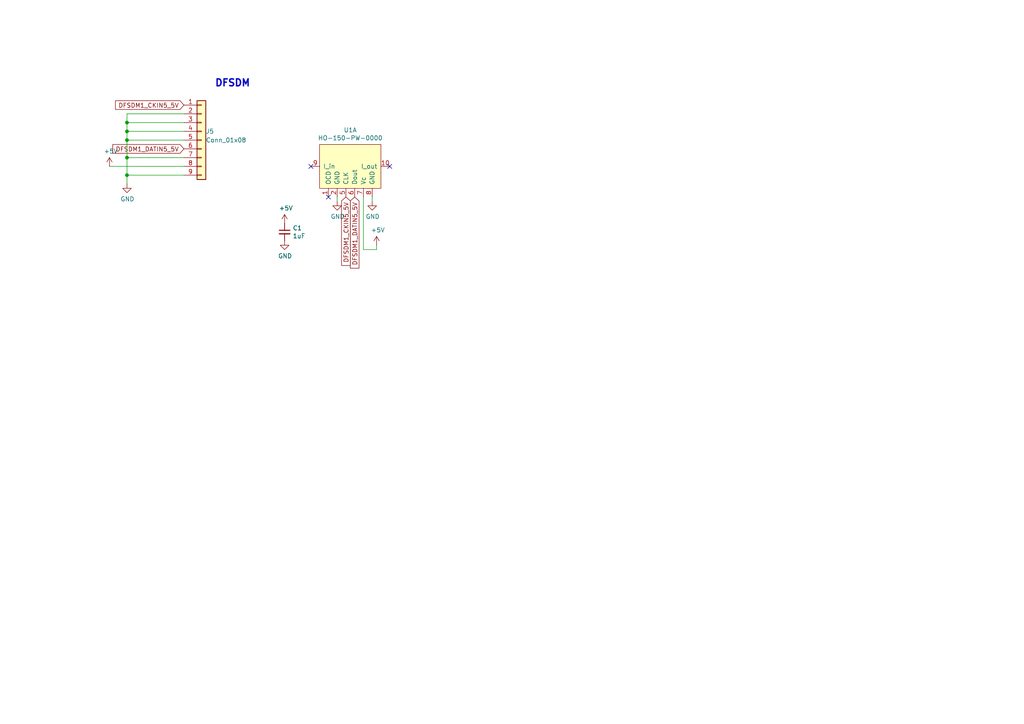
<source format=kicad_sch>
(kicad_sch (version 20211123) (generator eeschema)
  (paper "A4")
  (lib_symbols
    (symbol "Connector_Generic:Conn_01x09" (pin_names (offset 1.016) hide)
      (property "Reference" "J" (at 0 12.7 0))
      (property "Value" "Conn_01x09" (at 0 -12.7 0))
      (symbol "Conn_01x09_1_1"
        (rectangle (start -1.27 -10.033) (end 0 -10.287) (stroke (width 0.1524)))
        (rectangle (start -1.27 -7.493) (end 0 -7.747) (stroke (width 0.1524)))
        (rectangle (start -1.27 -4.953) (end 0 -5.207) (stroke (width 0.1524)))
        (rectangle (start -1.27 -2.413) (end 0 -2.667) (stroke (width 0.1524)))
        (rectangle (start -1.27 0.127) (end 0 -0.127) (stroke (width 0.1524)))
        (rectangle (start -1.27 2.667) (end 0 2.413) (stroke (width 0.1524)))
        (rectangle (start -1.27 5.207) (end 0 4.953) (stroke (width 0.1524)))
        (rectangle (start -1.27 7.747) (end 0 7.493) (stroke (width 0.1524)))
        (rectangle (start -1.27 10.287) (end 0 10.033) (stroke (width 0.1524)))
        (rectangle (start -1.27 11.43) (end 1.27 -11.43) (stroke (width 0.254)) (fill (type background)))
        (pin passive line (at -5.08 10.16 0) (length 3.81) (name "Pin_1") (number "1"))
        (pin passive line (at -5.08 7.62 0) (length 3.81) (name "Pin_2") (number "2"))
        (pin passive line (at -5.08 5.08 0) (length 3.81) (name "Pin_3") (number "3"))
        (pin passive line (at -5.08 2.54 0) (length 3.81) (name "Pin_4") (number "4"))
        (pin passive line (at -5.08 0 0) (length 3.81) (name "Pin_5") (number "5"))
        (pin passive line (at -5.08 -2.54 0) (length 3.81) (name "Pin_6") (number "6"))
        (pin passive line (at -5.08 -5.08 0) (length 3.81) (name "Pin_7") (number "7"))
        (pin passive line (at -5.08 -7.62 0) (length 3.81) (name "Pin_8") (number "8"))
        (pin passive line (at -5.08 -10.16 0) (length 3.81) (name "Pin_9") (number "9"))
      )
    )
    (symbol "Device:C_Small" (pin_numbers hide) (pin_names (offset 0.254) hide)
      (property "Reference" "C" (at 0.254 1.778 0))
      (property "Value" "C_Small" (at 0.254 -2.032 0))
      (symbol "C_Small_0_1"
        (polyline (pts (xy -1.524 -0.508) (xy 1.524 -0.508)) (stroke (width 0.3302)))
        (polyline (pts (xy -1.524 0.508) (xy 1.524 0.508)) (stroke (width 0.3048)))
      )
      (symbol "C_Small_1_1"
        (pin passive line (at 0 2.54 270) (length 2.032) (name "~") (number "1"))
        (pin passive line (at 0 -2.54 90) (length 2.032) (name "~") (number "2"))
      )
    )
    (symbol "EVCONCEPT:HO-150-PW-0000" (pin_names (offset 1.016))
      (property "Reference" "U" (at 0 11.43 0))
      (property "Value" "EVCONCEPT_HO-150-PW-0000" (at 0 8.89 0))
      (symbol "HO-150-PW-0000_0_1"
        (rectangle (start -8.89 6.35) (end 8.89 -6.35) (fill (type background)))
      )
      (symbol "HO-150-PW-0000_1_1"
        (pin bidirectional line (at -6.35 -8.89 90) (length 2.54) (name "OCD") (number "1"))
        (pin bidirectional line (at 11.43 0 180) (length 2.54) (name "I_out") (number "10"))
        (pin bidirectional line (at -3.81 -8.89 90) (length 2.54) (name "GND") (number "2"))
        (pin bidirectional line (at -1.27 -8.89 90) (length 2.54) (name "CLK") (number "5"))
        (pin bidirectional line (at 1.27 -8.89 90) (length 2.54) (name "Dout") (number "6"))
        (pin bidirectional line (at 3.81 -8.89 90) (length 2.54) (name "Vc") (number "7"))
        (pin bidirectional line (at 6.35 -8.89 90) (length 2.54) (name "GND") (number "8"))
        (pin bidirectional line (at -11.43 0 0) (length 2.54) (name "I_in") (number "9"))
      )
      (symbol "HO-150-PW-0000_2_1"
        (pin bidirectional line (at 11.43 0 180) (length 2.54) (name "I_out") (number "10-UB"))
        (pin bidirectional line (at -3.81 -8.89 90) (length 2.54) (name "GND") (number "2-UB"))
        (pin bidirectional line (at 3.81 -8.89 90) (length 2.54) (name "Vc") (number "7-UB"))
        (pin bidirectional line (at 6.35 -8.89 90) (length 2.54) (name "GND") (number "8-UB"))
        (pin bidirectional line (at -11.43 0 0) (length 2.54) (name "I_in") (number "9-UB"))
        (pin bidirectional line (at -1.27 -8.89 90) (length 2.54) (name "CLK") (number "~{-UB}"))
        (pin bidirectional line (at 1.27 -8.89 90) (length 2.54) (name "Dout") (number "~{-UB}"))
        (pin bidirectional line (at -6.35 -8.89 90) (length 2.54) (name "OCD") (number "~{-UB}"))
      )
      (symbol "HO-150-PW-0000_3_1"
        (pin bidirectional line (at 11.43 0 180) (length 2.54) (name "I_out") (number "10-UC"))
        (pin bidirectional line (at -3.81 -8.89 90) (length 2.54) (name "GND") (number "2-UC"))
        (pin bidirectional line (at 3.81 -8.89 90) (length 2.54) (name "Vc") (number "7-UC"))
        (pin bidirectional line (at 6.35 -8.89 90) (length 2.54) (name "GND") (number "8-UC"))
        (pin bidirectional line (at -11.43 0 0) (length 2.54) (name "I_in") (number "9-UC"))
        (pin bidirectional line (at -1.27 -8.89 90) (length 2.54) (name "CLK") (number "~{-UC}"))
        (pin bidirectional line (at 1.27 -8.89 90) (length 2.54) (name "Dout") (number "~{-UC}"))
        (pin bidirectional line (at -6.35 -8.89 90) (length 2.54) (name "OCD") (number "~{-UC}"))
      )
      (symbol "HO-150-PW-0000_4_1"
        (pin bidirectional line (at 11.43 0 180) (length 2.54) (name "I_out") (number "10-UD"))
        (pin bidirectional line (at -3.81 -8.89 90) (length 2.54) (name "GND") (number "2-UD"))
        (pin bidirectional line (at 3.81 -8.89 90) (length 2.54) (name "Vc") (number "7-UD"))
        (pin bidirectional line (at 6.35 -8.89 90) (length 2.54) (name "GND") (number "8-UD"))
        (pin bidirectional line (at -11.43 0 0) (length 2.54) (name "I_in") (number "9-UD"))
        (pin bidirectional line (at -1.27 -8.89 90) (length 2.54) (name "CLK") (number "~{-UD}"))
        (pin bidirectional line (at 1.27 -8.89 90) (length 2.54) (name "Dout") (number "~{-UD}"))
        (pin bidirectional line (at -6.35 -8.89 90) (length 2.54) (name "OCD") (number "~{-UD}"))
      )
      (symbol "HO-150-PW-0000_5_1"
        (pin bidirectional line (at 11.43 0 180) (length 2.54) (name "I_out") (number "10-UE"))
        (pin bidirectional line (at -3.81 -8.89 90) (length 2.54) (name "GND") (number "2-UE"))
        (pin bidirectional line (at 3.81 -8.89 90) (length 2.54) (name "Vc") (number "7-UE"))
        (pin bidirectional line (at 6.35 -8.89 90) (length 2.54) (name "GND") (number "8-UE"))
        (pin bidirectional line (at -11.43 0 0) (length 2.54) (name "I_in") (number "9-UE"))
        (pin bidirectional line (at -1.27 -8.89 90) (length 2.54) (name "CLK") (number "~{-UE}"))
        (pin bidirectional line (at 1.27 -8.89 90) (length 2.54) (name "Dout") (number "~{-UE}"))
        (pin bidirectional line (at -6.35 -8.89 90) (length 2.54) (name "OCD") (number "~{-UE}"))
      )
      (symbol "HO-150-PW-0000_6_1"
        (pin bidirectional line (at 11.43 0 180) (length 2.54) (name "I_out") (number "10-UF"))
        (pin bidirectional line (at -3.81 -8.89 90) (length 2.54) (name "GND") (number "2-UF"))
        (pin bidirectional line (at 3.81 -8.89 90) (length 2.54) (name "Vc") (number "7-UF"))
        (pin bidirectional line (at 6.35 -8.89 90) (length 2.54) (name "GND") (number "8-UF"))
        (pin bidirectional line (at -11.43 0 0) (length 2.54) (name "I_in") (number "9-UF"))
        (pin bidirectional line (at -1.27 -8.89 90) (length 2.54) (name "CLK") (number "~{-UF}"))
        (pin bidirectional line (at 1.27 -8.89 90) (length 2.54) (name "Dout") (number "~{-UF}"))
        (pin bidirectional line (at -6.35 -8.89 90) (length 2.54) (name "OCD") (number "~{-UF}"))
      )
      (symbol "HO-150-PW-0000_7_1"
        (pin bidirectional line (at 11.43 0 180) (length 2.54) (name "I_out") (number "10-UG"))
        (pin bidirectional line (at -3.81 -8.89 90) (length 2.54) (name "GND") (number "2-UG"))
        (pin bidirectional line (at 3.81 -8.89 90) (length 2.54) (name "Vc") (number "7-UG"))
        (pin bidirectional line (at 6.35 -8.89 90) (length 2.54) (name "GND") (number "8-UG"))
        (pin bidirectional line (at -11.43 0 0) (length 2.54) (name "I_in") (number "9-UG"))
        (pin bidirectional line (at -1.27 -8.89 90) (length 2.54) (name "CLK") (number "~{-UG}"))
        (pin bidirectional line (at 1.27 -8.89 90) (length 2.54) (name "Dout") (number "~{-UG}"))
        (pin bidirectional line (at -6.35 -8.89 90) (length 2.54) (name "OCD") (number "~{-UG}"))
      )
      (symbol "HO-150-PW-0000_8_1"
        (pin bidirectional line (at 11.43 0 180) (length 2.54) (name "I_out") (number "10-UH"))
        (pin bidirectional line (at -3.81 -8.89 90) (length 2.54) (name "GND") (number "2-UH"))
        (pin bidirectional line (at 3.81 -8.89 90) (length 2.54) (name "Vc") (number "7-UH"))
        (pin bidirectional line (at 6.35 -8.89 90) (length 2.54) (name "GND") (number "8-UH"))
        (pin bidirectional line (at -11.43 0 0) (length 2.54) (name "I_in") (number "9-UH"))
        (pin bidirectional line (at -1.27 -8.89 90) (length 2.54) (name "CLK") (number "~{-UH}"))
        (pin bidirectional line (at 1.27 -8.89 90) (length 2.54) (name "Dout") (number "~{-UH}"))
        (pin bidirectional line (at -6.35 -8.89 90) (length 2.54) (name "OCD") (number "~{-UH}"))
      )
      (symbol "HO-150-PW-0000_9_1"
        (pin bidirectional line (at 11.43 0 180) (length 2.54) (name "I_out") (number "10-UI"))
        (pin bidirectional line (at -3.81 -8.89 90) (length 2.54) (name "GND") (number "2-UI"))
        (pin bidirectional line (at 3.81 -8.89 90) (length 2.54) (name "Vc") (number "7-UI"))
        (pin bidirectional line (at 6.35 -8.89 90) (length 2.54) (name "GND") (number "8-UI"))
        (pin bidirectional line (at -11.43 0 0) (length 2.54) (name "I_in") (number "9-UI"))
        (pin bidirectional line (at -1.27 -8.89 90) (length 2.54) (name "CLK") (number "~{-UI}"))
        (pin bidirectional line (at 1.27 -8.89 90) (length 2.54) (name "Dout") (number "~{-UI}"))
        (pin bidirectional line (at -6.35 -8.89 90) (length 2.54) (name "OCD") (number "~{-UI}"))
      )
      (symbol "HO-150-PW-0000_10_1"
        (pin bidirectional line (at 11.43 0 180) (length 2.54) (name "I_out") (number "10-UJ"))
        (pin bidirectional line (at -3.81 -8.89 90) (length 2.54) (name "GND") (number "2-UJ"))
        (pin bidirectional line (at 3.81 -8.89 90) (length 2.54) (name "Vc") (number "7-UJ"))
        (pin bidirectional line (at 6.35 -8.89 90) (length 2.54) (name "GND") (number "8-UJ"))
        (pin bidirectional line (at -11.43 0 0) (length 2.54) (name "I_in") (number "9-UJ"))
        (pin bidirectional line (at -1.27 -8.89 90) (length 2.54) (name "CLK") (number "~{-UJ}"))
        (pin bidirectional line (at 1.27 -8.89 90) (length 2.54) (name "Dout") (number "~{-UJ}"))
        (pin bidirectional line (at -6.35 -8.89 90) (length 2.54) (name "OCD") (number "~{-UJ}"))
      )
    )
    (symbol "power:+5V" (power) (pin_names (offset 0))
      (property "Value" "+5V" (at 0 3.556 0))
      (symbol "+5V_0_1"
        (polyline (pts (xy -0.762 1.27) (xy 0 2.54)))
        (polyline (pts (xy 0 0) (xy 0 2.54)))
        (polyline (pts (xy 0 2.54) (xy 0.762 1.27)))
      )
      (symbol "+5V_1_1"
        (pin power_in line (at 0 0 90) (length 0) hide (name "+5V") (number "1"))
      )
    )
    (symbol "power:GND" (power) (pin_names (offset 0))
      (property "Value" "GND" (at 0 -3.81 0))
      (symbol "GND_0_1"
        (polyline (pts (xy 0 0) (xy 0 -1.27) (xy 1.27 -1.27) (xy 0 -2.54) (xy -1.27 -1.27) (xy 0 -1.27)))
      )
      (symbol "GND_1_1"
        (pin power_in line (at 0 0 270) (length 0) hide (name "GND") (number "1"))
      )
    )
  )
  (junction (at 36.83 45.72))
  (junction (at 36.83 38.1))
  (junction (at 36.83 40.64))
  (junction (at 36.83 50.8))
  (junction (at 36.83 35.56))
  (no_connect (at 113.03 48.26))
  (no_connect (at 90.17 48.26))
  (no_connect (at 95.25 57.15))
  (wire (pts (xy 36.83 40.64) (xy 36.83 45.72)))
  (wire (pts (xy 53.34 45.72) (xy 36.83 45.72)))
  (wire (pts (xy 109.22 71.12) (xy 109.22 72.39)))
  (wire (pts (xy 36.83 35.56) (xy 53.34 35.56)))
  (wire (pts (xy 105.41 72.39) (xy 109.22 72.39)))
  (wire (pts (xy 36.83 50.8) (xy 53.34 50.8)))
  (wire (pts (xy 36.83 38.1) (xy 36.83 40.64)))
  (wire (pts (xy 36.83 53.34) (xy 36.83 50.8)))
  (wire (pts (xy 97.79 58.42) (xy 97.79 57.15)))
  (wire (pts (xy 53.34 33.02) (xy 36.83 33.02)))
  (wire (pts (xy 36.83 45.72) (xy 36.83 50.8)))
  (wire (pts (xy 36.83 38.1) (xy 36.83 35.56)))
  (wire (pts (xy 36.83 33.02) (xy 36.83 35.56)))
  (wire (pts (xy 107.95 58.42) (xy 107.95 57.15)))
  (wire (pts (xy 36.83 40.64) (xy 53.34 40.64)))
  (wire (pts (xy 53.34 38.1) (xy 36.83 38.1)))
  (wire (pts (xy 105.41 72.39) (xy 105.41 57.15)))
  (wire (pts (xy 31.75 48.26) (xy 53.34 48.26)))
  (text "DFSDM" (at 62.23 25.4 0) (effects (font (size 2.0066 2.0066) (thickness 0.4013) bold) (justify left bottom)))
  (global_label "DFSDM1_DATIN5_5V" (shape input) (at 53.34 43.18 180) (property "Intersheet References" "${INTERSHEET_REFS}" (effects hide)))
  (global_label "DFSDM1_CKIN5_5V" (shape input) (at 53.34 30.48 180) (property "Intersheet References" "${INTERSHEET_REFS}" (effects hide)))
  (global_label "DFSDM1_DATIN5_5V" (shape input) (at 102.87 57.15 270) (property "Intersheet References" "${INTERSHEET_REFS}" (effects hide)))
  (global_label "DFSDM1_CKIN5_5V" (shape input) (at 100.33 57.15 270) (property "Intersheet References" "${INTERSHEET_REFS}" (effects hide)))
  (symbol (lib_id "EVCONCEPT:HO-150-PW-0000") (at 101.6 48.26 0) (unit 1)
    (property "Reference" "U1" (at 101.6 37.719 0))
    (property "Value" "HO-150-PW-0000" (at 101.6 40.0304 0))
    (property "Footprint" "EVCONCEPT:HO-150-PW-0000" (effects hide))
  )
  (symbol (lib_id "power:+5V") (at 109.22 71.12 0) (unit 1)
    (property "Reference" "#PWR0101" (effects hide))
    (property "Value" "+5V" (at 109.601 66.7258 0))
  )
  (symbol (lib_id "power:GND") (at 107.95 58.42 0) (unit 1)
    (property "Reference" "#PWR0102" (effects hide))
    (property "Value" "GND" (at 108.077 62.8142 0))
  )
  (symbol (lib_id "power:GND") (at 97.79 58.42 0) (unit 1)
    (property "Reference" "#PWR0103" (effects hide))
    (property "Value" "GND" (at 97.917 62.8142 0))
  )
  (symbol (lib_id "Device:C_Small") (at 82.55 67.31 0) (unit 1)
    (property "Reference" "C1" (at 84.8868 66.1416 0) (effects (justify left)))
    (property "Value" "1uF" (at 84.8868 68.453 0) (effects (justify left)))
    (property "Footprint" "Capacitor_SMD:C_0603_1608Metric" (effects hide))
  )
  (symbol (lib_id "power:+5V") (at 82.55 64.77 0) (unit 1)
    (property "Reference" "#PWR01" (effects hide))
    (property "Value" "+5V" (at 82.931 60.3758 0))
  )
  (symbol (lib_id "power:GND") (at 82.55 69.85 0) (unit 1)
    (property "Reference" "#PWR02" (effects hide))
    (property "Value" "GND" (at 82.677 74.2442 0))
  )
  (symbol (lib_id "power:+5V") (at 31.75 48.26 0) (unit 1)
    (property "Reference" "#PWR0143" (effects hide))
    (property "Value" "+5V" (at 32.131 43.8658 0))
  )
  (symbol (lib_id "power:GND") (at 36.83 53.34 0) (unit 1)
    (property "Reference" "#PWR0113" (effects hide))
    (property "Value" "GND" (at 36.957 57.7342 0))
  )
  (symbol (lib_id "Connector_Generic:Conn_01x09") (at 58.42 40.64 0) (unit 1)
    (property "Reference" "J5" (at 59.69 38.1 0) (effects (justify left)))
    (property "Value" "Conn_01x08" (at 59.69 40.64 0) (effects (justify left)))
    (property "Footprint" "EVCONCEPT:RCH-RC02015" (effects hide))
  )
)
</source>
